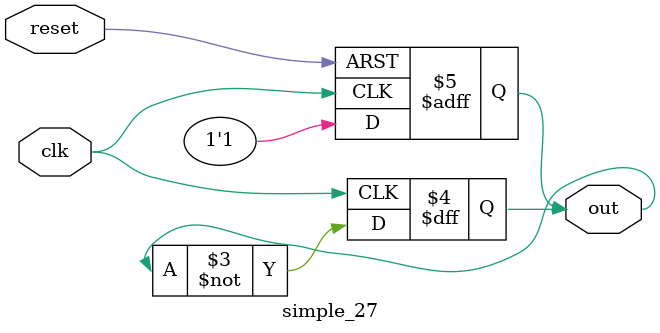
<source format=v>
module simple_27(
      input wire clk, 
      input wire reset,
      output reg out
); 
   always @(posedge clk or posedge reset) 
   begin  
      if(reset)    
         out <= 0; 
      else   
         out <= 1; 
   end 
   always @(posedge clk) 
      out <= ~out; 
endmodule
</source>
